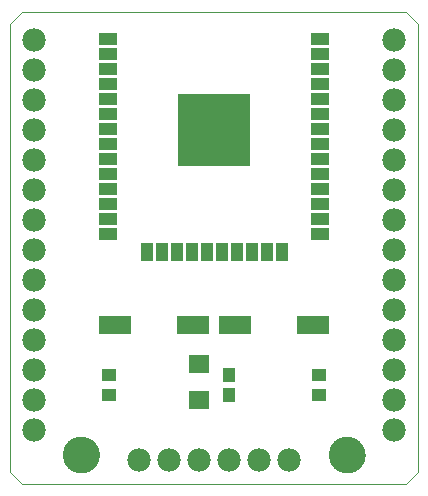
<source format=gts>
G75*
%MOIN*%
%OFA0B0*%
%FSLAX25Y25*%
%IPPOS*%
%LPD*%
%AMOC8*
5,1,8,0,0,1.08239X$1,22.5*
%
%ADD10C,0.00000*%
%ADD11C,0.12211*%
%ADD12R,0.04337X0.04731*%
%ADD13R,0.04731X0.04337*%
%ADD14R,0.06306X0.03943*%
%ADD15R,0.03943X0.06306*%
%ADD16R,0.24022X0.24022*%
%ADD17R,0.10833X0.05912*%
%ADD18R,0.07000X0.06400*%
%ADD19C,0.07800*%
D10*
X0002250Y0006187D02*
X0006187Y0002250D01*
X0134140Y0002250D01*
X0138077Y0006187D01*
X0138077Y0155793D01*
X0134140Y0159730D01*
X0006187Y0159730D01*
X0002250Y0155793D01*
X0002250Y0006187D01*
X0019966Y0012093D02*
X0019968Y0012246D01*
X0019974Y0012400D01*
X0019984Y0012553D01*
X0019998Y0012705D01*
X0020016Y0012858D01*
X0020038Y0013009D01*
X0020063Y0013160D01*
X0020093Y0013311D01*
X0020127Y0013461D01*
X0020164Y0013609D01*
X0020205Y0013757D01*
X0020250Y0013903D01*
X0020299Y0014049D01*
X0020352Y0014193D01*
X0020408Y0014335D01*
X0020468Y0014476D01*
X0020532Y0014616D01*
X0020599Y0014754D01*
X0020670Y0014890D01*
X0020745Y0015024D01*
X0020822Y0015156D01*
X0020904Y0015286D01*
X0020988Y0015414D01*
X0021076Y0015540D01*
X0021167Y0015663D01*
X0021261Y0015784D01*
X0021359Y0015902D01*
X0021459Y0016018D01*
X0021563Y0016131D01*
X0021669Y0016242D01*
X0021778Y0016350D01*
X0021890Y0016455D01*
X0022004Y0016556D01*
X0022122Y0016655D01*
X0022241Y0016751D01*
X0022363Y0016844D01*
X0022488Y0016933D01*
X0022615Y0017020D01*
X0022744Y0017102D01*
X0022875Y0017182D01*
X0023008Y0017258D01*
X0023143Y0017331D01*
X0023280Y0017400D01*
X0023419Y0017465D01*
X0023559Y0017527D01*
X0023701Y0017585D01*
X0023844Y0017640D01*
X0023989Y0017691D01*
X0024135Y0017738D01*
X0024282Y0017781D01*
X0024430Y0017820D01*
X0024579Y0017856D01*
X0024729Y0017887D01*
X0024880Y0017915D01*
X0025031Y0017939D01*
X0025184Y0017959D01*
X0025336Y0017975D01*
X0025489Y0017987D01*
X0025642Y0017995D01*
X0025795Y0017999D01*
X0025949Y0017999D01*
X0026102Y0017995D01*
X0026255Y0017987D01*
X0026408Y0017975D01*
X0026560Y0017959D01*
X0026713Y0017939D01*
X0026864Y0017915D01*
X0027015Y0017887D01*
X0027165Y0017856D01*
X0027314Y0017820D01*
X0027462Y0017781D01*
X0027609Y0017738D01*
X0027755Y0017691D01*
X0027900Y0017640D01*
X0028043Y0017585D01*
X0028185Y0017527D01*
X0028325Y0017465D01*
X0028464Y0017400D01*
X0028601Y0017331D01*
X0028736Y0017258D01*
X0028869Y0017182D01*
X0029000Y0017102D01*
X0029129Y0017020D01*
X0029256Y0016933D01*
X0029381Y0016844D01*
X0029503Y0016751D01*
X0029622Y0016655D01*
X0029740Y0016556D01*
X0029854Y0016455D01*
X0029966Y0016350D01*
X0030075Y0016242D01*
X0030181Y0016131D01*
X0030285Y0016018D01*
X0030385Y0015902D01*
X0030483Y0015784D01*
X0030577Y0015663D01*
X0030668Y0015540D01*
X0030756Y0015414D01*
X0030840Y0015286D01*
X0030922Y0015156D01*
X0030999Y0015024D01*
X0031074Y0014890D01*
X0031145Y0014754D01*
X0031212Y0014616D01*
X0031276Y0014476D01*
X0031336Y0014335D01*
X0031392Y0014193D01*
X0031445Y0014049D01*
X0031494Y0013903D01*
X0031539Y0013757D01*
X0031580Y0013609D01*
X0031617Y0013461D01*
X0031651Y0013311D01*
X0031681Y0013160D01*
X0031706Y0013009D01*
X0031728Y0012858D01*
X0031746Y0012705D01*
X0031760Y0012553D01*
X0031770Y0012400D01*
X0031776Y0012246D01*
X0031778Y0012093D01*
X0031776Y0011940D01*
X0031770Y0011786D01*
X0031760Y0011633D01*
X0031746Y0011481D01*
X0031728Y0011328D01*
X0031706Y0011177D01*
X0031681Y0011026D01*
X0031651Y0010875D01*
X0031617Y0010725D01*
X0031580Y0010577D01*
X0031539Y0010429D01*
X0031494Y0010283D01*
X0031445Y0010137D01*
X0031392Y0009993D01*
X0031336Y0009851D01*
X0031276Y0009710D01*
X0031212Y0009570D01*
X0031145Y0009432D01*
X0031074Y0009296D01*
X0030999Y0009162D01*
X0030922Y0009030D01*
X0030840Y0008900D01*
X0030756Y0008772D01*
X0030668Y0008646D01*
X0030577Y0008523D01*
X0030483Y0008402D01*
X0030385Y0008284D01*
X0030285Y0008168D01*
X0030181Y0008055D01*
X0030075Y0007944D01*
X0029966Y0007836D01*
X0029854Y0007731D01*
X0029740Y0007630D01*
X0029622Y0007531D01*
X0029503Y0007435D01*
X0029381Y0007342D01*
X0029256Y0007253D01*
X0029129Y0007166D01*
X0029000Y0007084D01*
X0028869Y0007004D01*
X0028736Y0006928D01*
X0028601Y0006855D01*
X0028464Y0006786D01*
X0028325Y0006721D01*
X0028185Y0006659D01*
X0028043Y0006601D01*
X0027900Y0006546D01*
X0027755Y0006495D01*
X0027609Y0006448D01*
X0027462Y0006405D01*
X0027314Y0006366D01*
X0027165Y0006330D01*
X0027015Y0006299D01*
X0026864Y0006271D01*
X0026713Y0006247D01*
X0026560Y0006227D01*
X0026408Y0006211D01*
X0026255Y0006199D01*
X0026102Y0006191D01*
X0025949Y0006187D01*
X0025795Y0006187D01*
X0025642Y0006191D01*
X0025489Y0006199D01*
X0025336Y0006211D01*
X0025184Y0006227D01*
X0025031Y0006247D01*
X0024880Y0006271D01*
X0024729Y0006299D01*
X0024579Y0006330D01*
X0024430Y0006366D01*
X0024282Y0006405D01*
X0024135Y0006448D01*
X0023989Y0006495D01*
X0023844Y0006546D01*
X0023701Y0006601D01*
X0023559Y0006659D01*
X0023419Y0006721D01*
X0023280Y0006786D01*
X0023143Y0006855D01*
X0023008Y0006928D01*
X0022875Y0007004D01*
X0022744Y0007084D01*
X0022615Y0007166D01*
X0022488Y0007253D01*
X0022363Y0007342D01*
X0022241Y0007435D01*
X0022122Y0007531D01*
X0022004Y0007630D01*
X0021890Y0007731D01*
X0021778Y0007836D01*
X0021669Y0007944D01*
X0021563Y0008055D01*
X0021459Y0008168D01*
X0021359Y0008284D01*
X0021261Y0008402D01*
X0021167Y0008523D01*
X0021076Y0008646D01*
X0020988Y0008772D01*
X0020904Y0008900D01*
X0020822Y0009030D01*
X0020745Y0009162D01*
X0020670Y0009296D01*
X0020599Y0009432D01*
X0020532Y0009570D01*
X0020468Y0009710D01*
X0020408Y0009851D01*
X0020352Y0009993D01*
X0020299Y0010137D01*
X0020250Y0010283D01*
X0020205Y0010429D01*
X0020164Y0010577D01*
X0020127Y0010725D01*
X0020093Y0010875D01*
X0020063Y0011026D01*
X0020038Y0011177D01*
X0020016Y0011328D01*
X0019998Y0011481D01*
X0019984Y0011633D01*
X0019974Y0011786D01*
X0019968Y0011940D01*
X0019966Y0012093D01*
X0108549Y0012093D02*
X0108551Y0012246D01*
X0108557Y0012400D01*
X0108567Y0012553D01*
X0108581Y0012705D01*
X0108599Y0012858D01*
X0108621Y0013009D01*
X0108646Y0013160D01*
X0108676Y0013311D01*
X0108710Y0013461D01*
X0108747Y0013609D01*
X0108788Y0013757D01*
X0108833Y0013903D01*
X0108882Y0014049D01*
X0108935Y0014193D01*
X0108991Y0014335D01*
X0109051Y0014476D01*
X0109115Y0014616D01*
X0109182Y0014754D01*
X0109253Y0014890D01*
X0109328Y0015024D01*
X0109405Y0015156D01*
X0109487Y0015286D01*
X0109571Y0015414D01*
X0109659Y0015540D01*
X0109750Y0015663D01*
X0109844Y0015784D01*
X0109942Y0015902D01*
X0110042Y0016018D01*
X0110146Y0016131D01*
X0110252Y0016242D01*
X0110361Y0016350D01*
X0110473Y0016455D01*
X0110587Y0016556D01*
X0110705Y0016655D01*
X0110824Y0016751D01*
X0110946Y0016844D01*
X0111071Y0016933D01*
X0111198Y0017020D01*
X0111327Y0017102D01*
X0111458Y0017182D01*
X0111591Y0017258D01*
X0111726Y0017331D01*
X0111863Y0017400D01*
X0112002Y0017465D01*
X0112142Y0017527D01*
X0112284Y0017585D01*
X0112427Y0017640D01*
X0112572Y0017691D01*
X0112718Y0017738D01*
X0112865Y0017781D01*
X0113013Y0017820D01*
X0113162Y0017856D01*
X0113312Y0017887D01*
X0113463Y0017915D01*
X0113614Y0017939D01*
X0113767Y0017959D01*
X0113919Y0017975D01*
X0114072Y0017987D01*
X0114225Y0017995D01*
X0114378Y0017999D01*
X0114532Y0017999D01*
X0114685Y0017995D01*
X0114838Y0017987D01*
X0114991Y0017975D01*
X0115143Y0017959D01*
X0115296Y0017939D01*
X0115447Y0017915D01*
X0115598Y0017887D01*
X0115748Y0017856D01*
X0115897Y0017820D01*
X0116045Y0017781D01*
X0116192Y0017738D01*
X0116338Y0017691D01*
X0116483Y0017640D01*
X0116626Y0017585D01*
X0116768Y0017527D01*
X0116908Y0017465D01*
X0117047Y0017400D01*
X0117184Y0017331D01*
X0117319Y0017258D01*
X0117452Y0017182D01*
X0117583Y0017102D01*
X0117712Y0017020D01*
X0117839Y0016933D01*
X0117964Y0016844D01*
X0118086Y0016751D01*
X0118205Y0016655D01*
X0118323Y0016556D01*
X0118437Y0016455D01*
X0118549Y0016350D01*
X0118658Y0016242D01*
X0118764Y0016131D01*
X0118868Y0016018D01*
X0118968Y0015902D01*
X0119066Y0015784D01*
X0119160Y0015663D01*
X0119251Y0015540D01*
X0119339Y0015414D01*
X0119423Y0015286D01*
X0119505Y0015156D01*
X0119582Y0015024D01*
X0119657Y0014890D01*
X0119728Y0014754D01*
X0119795Y0014616D01*
X0119859Y0014476D01*
X0119919Y0014335D01*
X0119975Y0014193D01*
X0120028Y0014049D01*
X0120077Y0013903D01*
X0120122Y0013757D01*
X0120163Y0013609D01*
X0120200Y0013461D01*
X0120234Y0013311D01*
X0120264Y0013160D01*
X0120289Y0013009D01*
X0120311Y0012858D01*
X0120329Y0012705D01*
X0120343Y0012553D01*
X0120353Y0012400D01*
X0120359Y0012246D01*
X0120361Y0012093D01*
X0120359Y0011940D01*
X0120353Y0011786D01*
X0120343Y0011633D01*
X0120329Y0011481D01*
X0120311Y0011328D01*
X0120289Y0011177D01*
X0120264Y0011026D01*
X0120234Y0010875D01*
X0120200Y0010725D01*
X0120163Y0010577D01*
X0120122Y0010429D01*
X0120077Y0010283D01*
X0120028Y0010137D01*
X0119975Y0009993D01*
X0119919Y0009851D01*
X0119859Y0009710D01*
X0119795Y0009570D01*
X0119728Y0009432D01*
X0119657Y0009296D01*
X0119582Y0009162D01*
X0119505Y0009030D01*
X0119423Y0008900D01*
X0119339Y0008772D01*
X0119251Y0008646D01*
X0119160Y0008523D01*
X0119066Y0008402D01*
X0118968Y0008284D01*
X0118868Y0008168D01*
X0118764Y0008055D01*
X0118658Y0007944D01*
X0118549Y0007836D01*
X0118437Y0007731D01*
X0118323Y0007630D01*
X0118205Y0007531D01*
X0118086Y0007435D01*
X0117964Y0007342D01*
X0117839Y0007253D01*
X0117712Y0007166D01*
X0117583Y0007084D01*
X0117452Y0007004D01*
X0117319Y0006928D01*
X0117184Y0006855D01*
X0117047Y0006786D01*
X0116908Y0006721D01*
X0116768Y0006659D01*
X0116626Y0006601D01*
X0116483Y0006546D01*
X0116338Y0006495D01*
X0116192Y0006448D01*
X0116045Y0006405D01*
X0115897Y0006366D01*
X0115748Y0006330D01*
X0115598Y0006299D01*
X0115447Y0006271D01*
X0115296Y0006247D01*
X0115143Y0006227D01*
X0114991Y0006211D01*
X0114838Y0006199D01*
X0114685Y0006191D01*
X0114532Y0006187D01*
X0114378Y0006187D01*
X0114225Y0006191D01*
X0114072Y0006199D01*
X0113919Y0006211D01*
X0113767Y0006227D01*
X0113614Y0006247D01*
X0113463Y0006271D01*
X0113312Y0006299D01*
X0113162Y0006330D01*
X0113013Y0006366D01*
X0112865Y0006405D01*
X0112718Y0006448D01*
X0112572Y0006495D01*
X0112427Y0006546D01*
X0112284Y0006601D01*
X0112142Y0006659D01*
X0112002Y0006721D01*
X0111863Y0006786D01*
X0111726Y0006855D01*
X0111591Y0006928D01*
X0111458Y0007004D01*
X0111327Y0007084D01*
X0111198Y0007166D01*
X0111071Y0007253D01*
X0110946Y0007342D01*
X0110824Y0007435D01*
X0110705Y0007531D01*
X0110587Y0007630D01*
X0110473Y0007731D01*
X0110361Y0007836D01*
X0110252Y0007944D01*
X0110146Y0008055D01*
X0110042Y0008168D01*
X0109942Y0008284D01*
X0109844Y0008402D01*
X0109750Y0008523D01*
X0109659Y0008646D01*
X0109571Y0008772D01*
X0109487Y0008900D01*
X0109405Y0009030D01*
X0109328Y0009162D01*
X0109253Y0009296D01*
X0109182Y0009432D01*
X0109115Y0009570D01*
X0109051Y0009710D01*
X0108991Y0009851D01*
X0108935Y0009993D01*
X0108882Y0010137D01*
X0108833Y0010283D01*
X0108788Y0010429D01*
X0108747Y0010577D01*
X0108710Y0010725D01*
X0108676Y0010875D01*
X0108646Y0011026D01*
X0108621Y0011177D01*
X0108599Y0011328D01*
X0108581Y0011481D01*
X0108567Y0011633D01*
X0108557Y0011786D01*
X0108551Y0011940D01*
X0108549Y0012093D01*
D11*
X0114455Y0012093D03*
X0025872Y0012093D03*
D12*
X0075250Y0031904D03*
X0075250Y0038596D03*
D13*
X0105250Y0038596D03*
X0105250Y0031904D03*
X0035250Y0031904D03*
X0035250Y0038596D03*
D14*
X0034817Y0085565D03*
X0034817Y0090565D03*
X0034817Y0095565D03*
X0034817Y0100565D03*
X0034817Y0105565D03*
X0034817Y0110565D03*
X0034817Y0115565D03*
X0034817Y0120565D03*
X0034817Y0125565D03*
X0034817Y0130565D03*
X0034817Y0135565D03*
X0034817Y0140565D03*
X0034817Y0145565D03*
X0034817Y0150565D03*
X0105683Y0150565D03*
X0105683Y0145565D03*
X0105683Y0140565D03*
X0105683Y0135565D03*
X0105683Y0130565D03*
X0105683Y0125565D03*
X0105683Y0120565D03*
X0105683Y0115565D03*
X0105683Y0110565D03*
X0105683Y0105565D03*
X0105683Y0100565D03*
X0105683Y0095565D03*
X0105683Y0090565D03*
X0105683Y0085565D03*
D15*
X0092750Y0079699D03*
X0087750Y0079699D03*
X0082750Y0079699D03*
X0077750Y0079699D03*
X0072750Y0079699D03*
X0067750Y0079699D03*
X0062750Y0079699D03*
X0057750Y0079699D03*
X0052750Y0079699D03*
X0047750Y0079699D03*
D16*
X0070250Y0120250D03*
D17*
X0063341Y0055250D03*
X0077159Y0055250D03*
X0103341Y0055250D03*
X0037159Y0055250D03*
D18*
X0065250Y0042250D03*
X0065250Y0030250D03*
D19*
X0065250Y0010250D03*
X0055250Y0010250D03*
X0045250Y0010250D03*
X0075250Y0010250D03*
X0085250Y0010250D03*
X0095250Y0010250D03*
X0130250Y0020250D03*
X0130250Y0030250D03*
X0130250Y0040250D03*
X0130250Y0050250D03*
X0130250Y0060250D03*
X0130250Y0070250D03*
X0130250Y0080250D03*
X0130250Y0090250D03*
X0130250Y0100250D03*
X0130250Y0110250D03*
X0130250Y0120250D03*
X0130250Y0130250D03*
X0130250Y0140250D03*
X0130250Y0150250D03*
X0010250Y0150250D03*
X0010250Y0140250D03*
X0010250Y0130250D03*
X0010250Y0120250D03*
X0010250Y0110250D03*
X0010250Y0100250D03*
X0010250Y0090250D03*
X0010250Y0080250D03*
X0010250Y0070250D03*
X0010250Y0060250D03*
X0010250Y0050250D03*
X0010250Y0040250D03*
X0010250Y0030250D03*
X0010250Y0020250D03*
M02*

</source>
